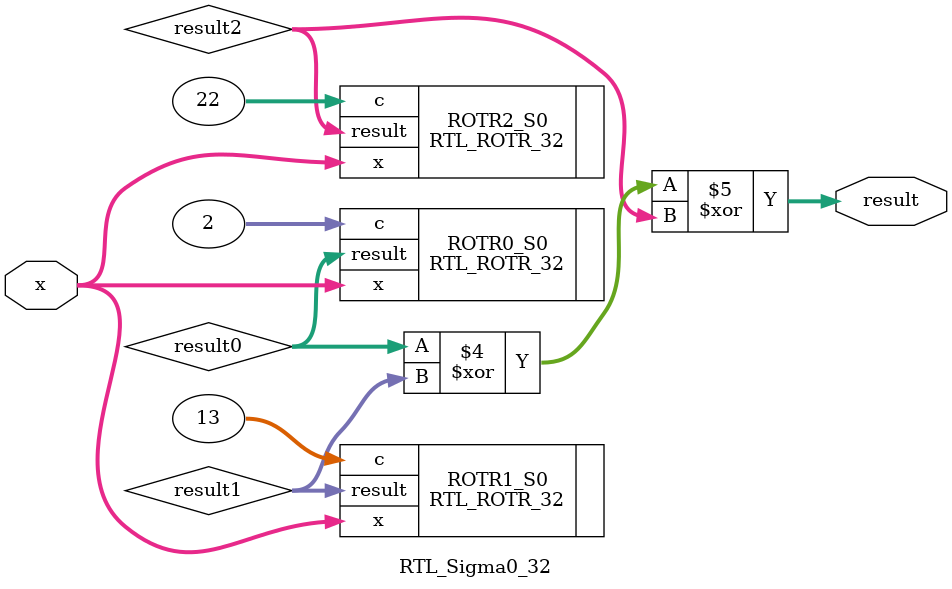
<source format=v>
`timescale 1ns / 1ps


module RTL_Sigma0_32(x,result);
input wire [31:0] x;
output wire [31:0] result;
wire [31:0] result0,result1,result2;
RTL_ROTR_32 ROTR0_S0(.x(x),.c(2),.result(result0));
RTL_ROTR_32 ROTR1_S0(.x(x),.c(13),.result(result1));
RTL_ROTR_32 ROTR2_S0(.x(x),.c(22),.result(result2));
assign result = (result0 ^ result1 ^ result2);
endmodule
//#define Sigma0_32(x) (ROTR_32(x, 2) ^ ROTR_32(x,13) ^ ROTR_32(x,22))
</source>
